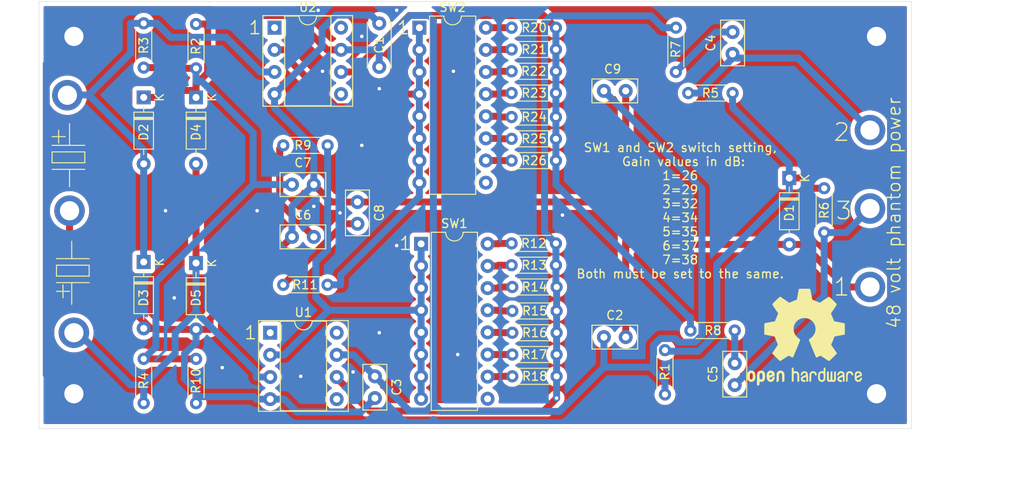
<source format=kicad_pcb>
(kicad_pcb (version 20171130) (host pcbnew 5.1.10)
  (layers (0 F.Cu signal) (31 B.Cu signal) (34 B.Paste user) (35 F.Paste user) (36 B.SilkS user) (37 F.SilkS user) (38 B.Mask user) (39 F.Mask user) (44 Edge.Cuts user))
  (net 0 "")
  (net 1 V-)
  (net 2 VCC)
  (net 3 "Net-(C4-Pad2)")
  (net 4 /2)
  (net 5 /3)
  (net 6 "Net-(C5-Pad2)")
  (net 7 "Net-(C6-Pad2)")
  (net 8 "Net-(C7-Pad1)")
  (net 9 "Net-(C8-Pad2)")
  (net 10 "Net-(D1-Pad1)")
  (net 11 ind)
  (net 12 "Net-(D4-Pad2)")
  (net 13 Earth)
  (net 14 ResOUT)
  (net 15 ResOUT2)
  (net 16 ResIN)
  (net 17 ResIN1)
  (net 18 "Net-(R12-Pad2)")
  (net 19 "Net-(R13-Pad2)")
  (net 20 "Net-(R14-Pad2)")
  (net 21 "Net-(R15-Pad2)")
  (net 22 "Net-(R16-Pad2)")
  (net 23 "Net-(R17-Pad2)")
  (net 24 "Net-(R18-Pad2)")
  (net 25 "Net-(R20-Pad2)")
  (net 26 "Net-(R21-Pad2)")
  (net 27 "Net-(R22-Pad2)")
  (net 28 "Net-(R23-Pad2)")
  (net 29 "Net-(R24-Pad2)")
  (net 30 "Net-(R25-Pad2)")
  (net 31 "Net-(R26-Pad2)")
  (module Symbol:OSHW-Logo2_14.6x12mm_SilkScreen (layer F.Cu) (at 122.75 69.5)
    (fp_text reference REF** hide)
    (fp_text value OSHW-Logo2_14.6x12mm_SilkScreen hide)
  )
  (module Capacitor_THT:C_Disc_D5.0mm_W2.5mm_P2.50mm (layer F.Cu) (at 99.75 69.5)
    (fp_text reference C2 (at 1.25 -2.5) (layer F.SilkS))
    (fp_text value 10uF)
    (pad 1 thru_hole circle (at 0 0) (size 1.6 1.6) (drill 0.8) (layers *.Cu *.Mask) (net 2 VCC))
    (pad 2 thru_hole circle (at 2.5 0) (size 1.6 1.6) (drill 0.8) (layers *.Cu *.Mask) (net 1 V-))
  )
  (module Capacitor_THT:C_Disc_D5.0mm_W2.5mm_P2.50mm (layer F.Cu) (at 73.5 74 270)
    (fp_text reference C3 (at 1.25 -2.5 90) (layer F.SilkS))
    (fp_text value 33uF)
    (pad 2 thru_hole circle (at 2.5 0 270) (size 1.6 1.6) (drill 0.8) (layers *.Cu *.Mask) (net 1 V-))
    (pad 1 thru_hole circle (at 0 0 270) (size 1.6 1.6) (drill 0.8) (layers *.Cu *.Mask) (net 2 VCC))
  )
  (module Capacitor_THT:C_Disc_D5.0mm_W2.5mm_P2.50mm (layer F.Cu) (at 114.5 37 90)
    (fp_text reference C4 (at 1.25 -2.5 90) (layer F.SilkS))
    (fp_text value 10uF)
    (pad 2 thru_hole circle (at 2.5 0 90) (size 1.6 1.6) (drill 0.8) (layers *.Cu *.Mask) (net 3 "Net-(C4-Pad2)"))
    (pad 1 thru_hole circle (at 0 0 90) (size 1.6 1.6) (drill 0.8) (layers *.Cu *.Mask) (net 4 /2))
  )
  (module Capacitor_THT:C_Disc_D5.0mm_W2.5mm_P2.50mm (layer F.Cu) (at 114.75 75 90)
    (fp_text reference C5 (at 1.25 -2.5 90) (layer F.SilkS))
    (fp_text value 10uF)
    (pad 1 thru_hole circle (at 0 0 90) (size 1.6 1.6) (drill 0.8) (layers *.Cu *.Mask) (net 5 /3))
    (pad 2 thru_hole circle (at 2.5 0 90) (size 1.6 1.6) (drill 0.8) (layers *.Cu *.Mask) (net 6 "Net-(C5-Pad2)"))
  )
  (module Capacitor_THT:C_Disc_D5.0mm_W2.5mm_P2.50mm (layer F.Cu) (at 64 58)
    (fp_text reference C6 (at 1.25 -2.5) (layer F.SilkS))
    (fp_text value 47uF)
    (pad 1 thru_hole circle (at 0 0) (size 1.6 1.6) (drill 0.8) (layers *.Cu *.Mask) (net 1 V-))
    (pad 2 thru_hole circle (at 2.5 0) (size 1.6 1.6) (drill 0.8) (layers *.Cu *.Mask) (net 7 "Net-(C6-Pad2)"))
  )
  (module Capacitor_THT:C_Disc_D5.0mm_W2.5mm_P2.50mm (layer F.Cu) (at 64 52)
    (fp_text reference C7 (at 1.25 -2.5) (layer F.SilkS))
    (fp_text value 10uF)
    (pad 2 thru_hole circle (at 2.5 0) (size 1.6 1.6) (drill 0.8) (layers *.Cu *.Mask) (net 1 V-))
    (pad 1 thru_hole circle (at 0 0) (size 1.6 1.6) (drill 0.8) (layers *.Cu *.Mask) (net 8 "Net-(C7-Pad1)"))
  )
  (module Capacitor_THT:C_Disc_D5.0mm_W2.5mm_P2.50mm (layer F.Cu) (at 71.5 54 270)
    (fp_text reference C8 (at 1.25 -2.5 90) (layer F.SilkS))
    (fp_text value 47uF)
    (pad 1 thru_hole circle (at 0 0 270) (size 1.6 1.6) (drill 0.8) (layers *.Cu *.Mask) (net 1 V-))
    (pad 2 thru_hole circle (at 2.5 0 270) (size 1.6 1.6) (drill 0.8) (layers *.Cu *.Mask) (net 9 "Net-(C8-Pad2)"))
  )
  (module Diode_THT:D_DO-35_SOD27_P7.62mm_Horizontal (layer F.Cu) (at 121 51.25 270)
    (fp_text reference D1 (at 4 0 90) (layer F.SilkS))
    (fp_text value "1N4746A (18V)")
    (fp_text user K (at 0 -1.8 90) (layer F.SilkS))
    (pad 2 thru_hole oval (at 7.62 0 270) (size 1.6 1.6) (drill 0.8) (layers *.Cu *.Mask) (net 1 V-))
    (pad 1 thru_hole rect (at 0 0 270) (size 1.6 1.6) (drill 0.8) (layers *.Cu *.Mask) (net 10 "Net-(D1-Pad1)"))
  )
  (module Diode_THT:D_DO-35_SOD27_P7.62mm_Horizontal (layer F.Cu) (at 47 42 270)
    (fp_text reference D2 (at 4 0 90) (layer F.SilkS))
    (fp_text value 1N4148)
    (fp_text user K (at 0 -1.8 90) (layer F.SilkS))
    (pad 1 thru_hole rect (at 0 0 270) (size 1.6 1.6) (drill 0.8) (layers *.Cu *.Mask) (net 2 VCC))
    (pad 2 thru_hole oval (at 7.62 0 270) (size 1.6 1.6) (drill 0.8) (layers *.Cu *.Mask) (net 11 ind))
  )
  (module Diode_THT:D_DO-35_SOD27_P7.62mm_Horizontal (layer F.Cu) (at 47 60.88 270)
    (fp_text reference D3 (at 4.12 0 90) (layer F.SilkS))
    (fp_text value 1N4148)
    (fp_text user K (at 0 -1.8 90) (layer F.SilkS))
    (pad 2 thru_hole oval (at 7.62 0 270) (size 1.6 1.6) (drill 0.8) (layers *.Cu *.Mask) (net 1 V-))
    (pad 1 thru_hole rect (at 0 0 270) (size 1.6 1.6) (drill 0.8) (layers *.Cu *.Mask) (net 11 ind))
  )
  (module Diode_THT:D_DO-35_SOD27_P7.62mm_Horizontal (layer F.Cu) (at 53 42 270)
    (fp_text reference D4 (at 4 0 90) (layer F.SilkS))
    (fp_text value 1N4148)
    (fp_text user K (at 0 -1.8 90) (layer F.SilkS))
    (pad 1 thru_hole rect (at 0 0 270) (size 1.6 1.6) (drill 0.8) (layers *.Cu *.Mask) (net 2 VCC))
    (pad 2 thru_hole oval (at 7.62 0 270) (size 1.6 1.6) (drill 0.8) (layers *.Cu *.Mask) (net 12 "Net-(D4-Pad2)"))
  )
  (module Diode_THT:D_DO-35_SOD27_P7.62mm_Horizontal (layer F.Cu) (at 53 61 270)
    (fp_text reference D5 (at 4 0 90) (layer F.SilkS))
    (fp_text value 1N4148)
    (fp_text user K (at 0 -1.8 90) (layer F.SilkS))
    (pad 1 thru_hole rect (at 0 0 270) (size 1.6 1.6) (drill 0.8) (layers *.Cu *.Mask) (net 12 "Net-(D4-Pad2)"))
    (pad 2 thru_hole oval (at 7.62 0 270) (size 1.6 1.6) (drill 0.8) (layers *.Cu *.Mask) (net 1 V-))
  )
  (module MountingHole:MountingHole_2.2mm_M2_ISO7380_Pad (layer F.Cu) (at 130.25 45.75)
    (fp_text reference J1 hide)
    (fp_text value Conn_01x01_Female)
    (pad 1 thru_hole circle (at 0 0) (size 3.5 3.5) (drill 2.2) (layers *.Cu *.Mask) (net 4 /2))
  )
  (module MountingHole:MountingHole_2.2mm_M2_ISO7380_Pad (layer F.Cu) (at 130.25 54.75)
    (fp_text reference J2 hide)
    (fp_text value Conn_01x01_Female)
    (pad 1 thru_hole circle (at 0 0) (size 3.5 3.5) (drill 2.2) (layers *.Cu *.Mask) (net 5 /3))
  )
  (module MountingHole:MountingHole_2.2mm_M2_ISO7380_Pad (layer F.Cu) (at 38.25 41.75)
    (fp_text reference J3 hide)
    (fp_text value Conn_01x01_Female)
    (pad 1 thru_hole circle (at 0 0) (size 3.5 3.5) (drill 2.2) (layers *.Cu *.Mask) (net 11 ind))
  )
  (module MountingHole:MountingHole_2.2mm_M2_ISO7380_Pad (layer F.Cu) (at 39 69)
    (fp_text reference J4 hide)
    (fp_text value Conn_01x01_Female)
    (pad 1 thru_hole circle (at 0 0) (size 3.5 3.5) (drill 2.2) (layers *.Cu *.Mask) (net 12 "Net-(D4-Pad2)"))
  )
  (module MountingHole:MountingHole_2.2mm_M2_ISO7380_Pad (layer F.Cu) (at 130.25 63.75)
    (fp_text reference J5 hide)
    (fp_text value Conn_01x01_Female)
    (pad 1 thru_hole circle (at 0 0) (size 3.5 3.5) (drill 2.2) (layers *.Cu *.Mask) (net 1 V-))
  )
  (module MountingHole:MountingHole_2.2mm_M2_ISO7380_Pad (layer F.Cu) (at 38.5 55)
    (fp_text reference J6 hide)
    (fp_text value Conn_01x01_Female)
    (pad 1 thru_hole circle (at 0 0) (size 3.5 3.5) (drill 2.2) (layers *.Cu *.Mask) (net 1 V-))
  )
  (module MountingHole:MountingHole_2.2mm_M2_ISO7380_Pad (layer F.Cu) (at 39 35)
    (fp_text reference J7 hide)
    (fp_text value Conn_01x01_Female)
    (pad 1 thru_hole circle (at 0 0) (size 3.5 3.5) (drill 2.2) (layers *.Cu *.Mask) (net 13 Earth))
  )
  (module MountingHole:MountingHole_2.2mm_M2_ISO7380_Pad (layer F.Cu) (at 39 76 90)
    (fp_text reference J8 hide)
    (fp_text value Conn_01x01_Female)
    (pad 1 thru_hole circle (at 0 0 90) (size 3.5 3.5) (drill 2.2) (layers *.Cu *.Mask) (net 13 Earth))
  )
  (module MountingHole:MountingHole_2.2mm_M2_ISO7380_Pad (layer F.Cu) (at 131 35)
    (fp_text reference J9 hide)
    (fp_text value Conn_01x01_Female)
    (pad 1 thru_hole circle (at 0 0) (size 3.5 3.5) (drill 2.2) (layers *.Cu *.Mask) (net 13 Earth))
  )
  (module MountingHole:MountingHole_2.2mm_M2_ISO7380_Pad (layer F.Cu) (at 131 76)
    (fp_text reference J10 hide)
    (fp_text value Conn_01x01_Female)
    (pad 1 thru_hole circle (at 0 0) (size 3.5 3.5) (drill 2.2) (layers *.Cu *.Mask) (net 13 Earth))
  )
  (module Resistor_THT:R_Axial_DIN0204_L3.6mm_D1.6mm_P5.08mm_Horizontal (layer F.Cu) (at 106.75 71 270)
    (fp_text reference R1 (at 2.5 0 90) (layer F.SilkS))
    (fp_text value 100)
    (pad 2 thru_hole oval (at 5.08 0 270) (size 1.4 1.4) (drill 0.7) (layers *.Cu *.Mask) (net 2 VCC))
    (pad 1 thru_hole circle (at 0 0 270) (size 1.4 1.4) (drill 0.7) (layers *.Cu *.Mask) (net 10 "Net-(D1-Pad1)"))
  )
  (module Resistor_THT:R_Axial_DIN0204_L3.6mm_D1.6mm_P5.08mm_Horizontal (layer F.Cu) (at 53 33.58 270)
    (fp_text reference R2 (at 2.54 0 90) (layer F.SilkS))
    (fp_text value 56K)
    (pad 1 thru_hole circle (at 0 0 270) (size 1.4 1.4) (drill 0.7) (layers *.Cu *.Mask) (net 2 VCC))
    (pad 2 thru_hole oval (at 5.08 0 270) (size 1.4 1.4) (drill 0.7) (layers *.Cu *.Mask) (net 8 "Net-(C7-Pad1)"))
  )
  (module Resistor_THT:R_Axial_DIN0204_L3.6mm_D1.6mm_P5.08mm_Horizontal (layer F.Cu) (at 47 38.58 90)
    (fp_text reference R3 (at 2.54 0 90) (layer F.SilkS))
    (fp_text value 1M)
    (pad 1 thru_hole circle (at 0 0 90) (size 1.4 1.4) (drill 0.7) (layers *.Cu *.Mask) (net 8 "Net-(C7-Pad1)"))
    (pad 2 thru_hole oval (at 5.08 0 90) (size 1.4 1.4) (drill 0.7) (layers *.Cu *.Mask) (net 11 ind))
  )
  (module Resistor_THT:R_Axial_DIN0204_L3.6mm_D1.6mm_P5.08mm_Horizontal (layer F.Cu) (at 47 72 270)
    (fp_text reference R4 (at 2.5 0 90) (layer F.SilkS))
    (fp_text value 1M)
    (pad 1 thru_hole circle (at 0 0 270) (size 1.4 1.4) (drill 0.7) (layers *.Cu *.Mask) (net 8 "Net-(C7-Pad1)"))
    (pad 2 thru_hole oval (at 5.08 0 270) (size 1.4 1.4) (drill 0.7) (layers *.Cu *.Mask) (net 12 "Net-(D4-Pad2)"))
  )
  (module Resistor_THT:R_Axial_DIN0204_L3.6mm_D1.6mm_P5.08mm_Horizontal (layer F.Cu) (at 114.5 41.5 180)
    (fp_text reference R5 (at 2.54 0) (layer F.SilkS))
    (fp_text value 4.7K)
    (pad 1 thru_hole circle (at 0 0 180) (size 1.4 1.4) (drill 0.7) (layers *.Cu *.Mask) (net 10 "Net-(D1-Pad1)"))
    (pad 2 thru_hole oval (at 5.08 0 180) (size 1.4 1.4) (drill 0.7) (layers *.Cu *.Mask) (net 4 /2))
  )
  (module Resistor_THT:R_Axial_DIN0204_L3.6mm_D1.6mm_P5.08mm_Horizontal (layer F.Cu) (at 125 52.42 270)
    (fp_text reference R6 (at 2.54 0 90) (layer F.SilkS))
    (fp_text value 4.7K)
    (pad 2 thru_hole oval (at 5.08 0 270) (size 1.4 1.4) (drill 0.7) (layers *.Cu *.Mask) (net 5 /3))
    (pad 1 thru_hole circle (at 0 0 270) (size 1.4 1.4) (drill 0.7) (layers *.Cu *.Mask) (net 10 "Net-(D1-Pad1)"))
  )
  (module Resistor_THT:R_Axial_DIN0204_L3.6mm_D1.6mm_P5.08mm_Horizontal (layer F.Cu) (at 108 39.08 90)
    (fp_text reference R7 (at 2.58 0 90) (layer F.SilkS))
    (fp_text value 470)
    (pad 2 thru_hole oval (at 5.08 0 90) (size 1.4 1.4) (drill 0.7) (layers *.Cu *.Mask) (net 14 ResOUT))
    (pad 1 thru_hole circle (at 0 0 90) (size 1.4 1.4) (drill 0.7) (layers *.Cu *.Mask) (net 3 "Net-(C4-Pad2)"))
  )
  (module Resistor_THT:R_Axial_DIN0204_L3.6mm_D1.6mm_P5.08mm_Horizontal (layer F.Cu) (at 114.75 68.75 180)
    (fp_text reference R8 (at 2.5 0) (layer F.SilkS))
    (fp_text value 470)
    (pad 2 thru_hole oval (at 5.08 0 180) (size 1.4 1.4) (drill 0.7) (layers *.Cu *.Mask) (net 15 ResOUT2))
    (pad 1 thru_hole circle (at 0 0 180) (size 1.4 1.4) (drill 0.7) (layers *.Cu *.Mask) (net 6 "Net-(C5-Pad2)"))
  )
  (module Resistor_THT:R_Axial_DIN0204_L3.6mm_D1.6mm_P5.08mm_Horizontal (layer F.Cu) (at 63 47.5)
    (fp_text reference R9 (at 2.25 0) (layer F.SilkS))
    (fp_text value 100)
    (pad 2 thru_hole oval (at 5.08 0) (size 1.4 1.4) (drill 0.7) (layers *.Cu *.Mask) (net 16 ResIN))
    (pad 1 thru_hole circle (at 0 0) (size 1.4 1.4) (drill 0.7) (layers *.Cu *.Mask) (net 7 "Net-(C6-Pad2)"))
  )
  (module Resistor_THT:R_Axial_DIN0204_L3.6mm_D1.6mm_P5.08mm_Horizontal (layer F.Cu) (at 53 72 270)
    (fp_text reference R10 (at 2.54 0 90) (layer F.SilkS))
    (fp_text value 56K)
    (pad 1 thru_hole circle (at 0 0 270) (size 1.4 1.4) (drill 0.7) (layers *.Cu *.Mask) (net 8 "Net-(C7-Pad1)"))
    (pad 2 thru_hole oval (at 5.08 0 270) (size 1.4 1.4) (drill 0.7) (layers *.Cu *.Mask) (net 1 V-))
  )
  (module Resistor_THT:R_Axial_DIN0204_L3.6mm_D1.6mm_P5.08mm_Horizontal (layer F.Cu) (at 63 63.5)
    (fp_text reference R11 (at 2.5 0) (layer F.SilkS))
    (fp_text value 100)
    (pad 1 thru_hole circle (at 0 0) (size 1.4 1.4) (drill 0.7) (layers *.Cu *.Mask) (net 9 "Net-(C8-Pad2)"))
    (pad 2 thru_hole oval (at 5.08 0) (size 1.4 1.4) (drill 0.7) (layers *.Cu *.Mask) (net 17 ResIN1))
  )
  (module Resistor_THT:R_Axial_DIN0204_L3.6mm_D1.6mm_P5.08mm_Horizontal (layer F.Cu) (at 94.25 58.75 180)
    (fp_text reference R12 (at 2.54 0) (layer F.SilkS))
    (fp_text value 1K)
    (pad 2 thru_hole oval (at 5.08 0 180) (size 1.4 1.4) (drill 0.7) (layers *.Cu *.Mask) (net 18 "Net-(R12-Pad2)"))
    (pad 1 thru_hole circle (at 0 0 180) (size 1.4 1.4) (drill 0.7) (layers *.Cu *.Mask) (net 14 ResOUT))
  )
  (module Resistor_THT:R_Axial_DIN0204_L3.6mm_D1.6mm_P5.08mm_Horizontal (layer F.Cu) (at 94.25 61.25 180)
    (fp_text reference R13 (at 2.5 0) (layer F.SilkS))
    (fp_text value 3K)
    (pad 1 thru_hole circle (at 0 0 180) (size 1.4 1.4) (drill 0.7) (layers *.Cu *.Mask) (net 14 ResOUT))
    (pad 2 thru_hole oval (at 5.08 0 180) (size 1.4 1.4) (drill 0.7) (layers *.Cu *.Mask) (net 19 "Net-(R13-Pad2)"))
  )
  (module Resistor_THT:R_Axial_DIN0204_L3.6mm_D1.6mm_P5.08mm_Horizontal (layer F.Cu) (at 94.33 63.75 180)
    (fp_text reference R14 (at 2.54 0) (layer F.SilkS))
    (fp_text value 4K)
    (pad 2 thru_hole oval (at 5.08 0 180) (size 1.4 1.4) (drill 0.7) (layers *.Cu *.Mask) (net 20 "Net-(R14-Pad2)"))
    (pad 1 thru_hole circle (at 0 0 180) (size 1.4 1.4) (drill 0.7) (layers *.Cu *.Mask) (net 14 ResOUT))
  )
  (module Resistor_THT:R_Axial_DIN0204_L3.6mm_D1.6mm_P5.08mm_Horizontal (layer F.Cu) (at 94.33 66.5 180)
    (fp_text reference R15 (at 2.5 0) (layer F.SilkS))
    (fp_text value 5K)
    (pad 1 thru_hole circle (at 0 0 180) (size 1.4 1.4) (drill 0.7) (layers *.Cu *.Mask) (net 14 ResOUT))
    (pad 2 thru_hole oval (at 5.08 0 180) (size 1.4 1.4) (drill 0.7) (layers *.Cu *.Mask) (net 21 "Net-(R15-Pad2)"))
  )
  (module Resistor_THT:R_Axial_DIN0204_L3.6mm_D1.6mm_P5.08mm_Horizontal (layer F.Cu) (at 94.33 69 180)
    (fp_text reference R16 (at 2.5 0) (layer F.SilkS))
    (fp_text value 6K)
    (pad 2 thru_hole oval (at 5.08 0 180) (size 1.4 1.4) (drill 0.7) (layers *.Cu *.Mask) (net 22 "Net-(R16-Pad2)"))
    (pad 1 thru_hole circle (at 0 0 180) (size 1.4 1.4) (drill 0.7) (layers *.Cu *.Mask) (net 14 ResOUT))
  )
  (module Resistor_THT:R_Axial_DIN0204_L3.6mm_D1.6mm_P5.08mm_Horizontal (layer F.Cu) (at 94.33 71.5 180)
    (fp_text reference R17 (at 2.54 0) (layer F.SilkS))
    (fp_text value 7K)
    (pad 1 thru_hole circle (at 0 0 180) (size 1.4 1.4) (drill 0.7) (layers *.Cu *.Mask) (net 14 ResOUT))
    (pad 2 thru_hole oval (at 5.08 0 180) (size 1.4 1.4) (drill 0.7) (layers *.Cu *.Mask) (net 23 "Net-(R17-Pad2)"))
  )
  (module Resistor_THT:R_Axial_DIN0204_L3.6mm_D1.6mm_P5.08mm_Horizontal (layer F.Cu) (at 94.33 74 180)
    (fp_text reference R18 (at 2.5 0) (layer F.SilkS))
    (fp_text value 8K)
    (pad 2 thru_hole oval (at 5.08 0 180) (size 1.4 1.4) (drill 0.7) (layers *.Cu *.Mask) (net 24 "Net-(R18-Pad2)"))
    (pad 1 thru_hole circle (at 0 0 180) (size 1.4 1.4) (drill 0.7) (layers *.Cu *.Mask) (net 14 ResOUT))
  )
  (module Resistor_THT:R_Axial_DIN0204_L3.6mm_D1.6mm_P5.08mm_Horizontal (layer F.Cu) (at 94.25 34 180)
    (fp_text reference R20 (at 2.5 0) (layer F.SilkS))
    (fp_text value 1K)
    (pad 2 thru_hole oval (at 5.08 0 180) (size 1.4 1.4) (drill 0.7) (layers *.Cu *.Mask) (net 25 "Net-(R20-Pad2)"))
    (pad 1 thru_hole circle (at 0 0 180) (size 1.4 1.4) (drill 0.7) (layers *.Cu *.Mask) (net 15 ResOUT2))
  )
  (module Resistor_THT:R_Axial_DIN0204_L3.6mm_D1.6mm_P5.08mm_Horizontal (layer F.Cu) (at 94.25 36.5 180)
    (fp_text reference R21 (at 2.5 0) (layer F.SilkS))
    (fp_text value 3K)
    (pad 1 thru_hole circle (at 0 0 180) (size 1.4 1.4) (drill 0.7) (layers *.Cu *.Mask) (net 15 ResOUT2))
    (pad 2 thru_hole oval (at 5.08 0 180) (size 1.4 1.4) (drill 0.7) (layers *.Cu *.Mask) (net 26 "Net-(R21-Pad2)"))
  )
  (module Resistor_THT:R_Axial_DIN0204_L3.6mm_D1.6mm_P5.08mm_Horizontal (layer F.Cu) (at 94.25 39 180)
    (fp_text reference R22 (at 2.54 0) (layer F.SilkS))
    (fp_text value 4K)
    (pad 2 thru_hole oval (at 5.08 0 180) (size 1.4 1.4) (drill 0.7) (layers *.Cu *.Mask) (net 27 "Net-(R22-Pad2)"))
    (pad 1 thru_hole circle (at 0 0 180) (size 1.4 1.4) (drill 0.7) (layers *.Cu *.Mask) (net 15 ResOUT2))
  )
  (module Resistor_THT:R_Axial_DIN0204_L3.6mm_D1.6mm_P5.08mm_Horizontal (layer F.Cu) (at 94.25 41.5 180)
    (fp_text reference R23 (at 2.5 0) (layer F.SilkS))
    (fp_text value 5K)
    (pad 1 thru_hole circle (at 0 0 180) (size 1.4 1.4) (drill 0.7) (layers *.Cu *.Mask) (net 15 ResOUT2))
    (pad 2 thru_hole oval (at 5.08 0 180) (size 1.4 1.4) (drill 0.7) (layers *.Cu *.Mask) (net 28 "Net-(R23-Pad2)"))
  )
  (module Resistor_THT:R_Axial_DIN0204_L3.6mm_D1.6mm_P5.08mm_Horizontal (layer F.Cu) (at 94.25 44.25 180)
    (fp_text reference R24 (at 2.5 0) (layer F.SilkS))
    (fp_text value 6K)
    (pad 2 thru_hole oval (at 5.08 0 180) (size 1.4 1.4) (drill 0.7) (layers *.Cu *.Mask) (net 29 "Net-(R24-Pad2)"))
    (pad 1 thru_hole circle (at 0 0 180) (size 1.4 1.4) (drill 0.7) (layers *.Cu *.Mask) (net 15 ResOUT2))
  )
  (module Resistor_THT:R_Axial_DIN0204_L3.6mm_D1.6mm_P5.08mm_Horizontal (layer F.Cu) (at 94.25 46.75 180)
    (fp_text reference R25 (at 2.5 0) (layer F.SilkS))
    (fp_text value 7K)
    (pad 1 thru_hole circle (at 0 0 180) (size 1.4 1.4) (drill 0.7) (layers *.Cu *.Mask) (net 15 ResOUT2))
    (pad 2 thru_hole oval (at 5.08 0 180) (size 1.4 1.4) (drill 0.7) (layers *.Cu *.Mask) (net 30 "Net-(R25-Pad2)"))
  )
  (module Resistor_THT:R_Axial_DIN0204_L3.6mm_D1.6mm_P5.08mm_Horizontal (layer F.Cu) (at 94.25 49.25 180)
    (fp_text reference R26 (at 2.5 0) (layer F.SilkS))
    (fp_text value 8K)
    (pad 2 thru_hole oval (at 5.08 0 180) (size 1.4 1.4) (drill 0.7) (layers *.Cu *.Mask) (net 31 "Net-(R26-Pad2)"))
    (pad 1 thru_hole circle (at 0 0 180) (size 1.4 1.4) (drill 0.7) (layers *.Cu *.Mask) (net 15 ResOUT2))
  )
  (module Package_DIP:DIP-16_W7.62mm (layer F.Cu) (at 78.8 58.8)
    (fp_text reference SW1 (at 3.81 -2.33) (layer F.SilkS))
    (fp_text value JS0108AP4-S)
    (pad 1 thru_hole rect (at 0 0) (size 1.6 1.6) (drill 0.8) (layers *.Cu *.Mask) (net 16 ResIN))
    (pad 9 thru_hole oval (at 7.62 17.78) (size 1.6 1.6) (drill 0.8) (layers *.Cu *.Mask))
    (pad 2 thru_hole oval (at 0 2.54) (size 1.6 1.6) (drill 0.8) (layers *.Cu *.Mask) (net 16 ResIN))
    (pad 10 thru_hole oval (at 7.62 15.24) (size 1.6 1.6) (drill 0.8) (layers *.Cu *.Mask) (net 24 "Net-(R18-Pad2)"))
    (pad 3 thru_hole oval (at 0 5.08) (size 1.6 1.6) (drill 0.8) (layers *.Cu *.Mask) (net 16 ResIN))
    (pad 11 thru_hole oval (at 7.62 12.7) (size 1.6 1.6) (drill 0.8) (layers *.Cu *.Mask) (net 23 "Net-(R17-Pad2)"))
    (pad 4 thru_hole oval (at 0 7.62) (size 1.6 1.6) (drill 0.8) (layers *.Cu *.Mask) (net 16 ResIN))
    (pad 12 thru_hole oval (at 7.62 10.16) (size 1.6 1.6) (drill 0.8) (layers *.Cu *.Mask) (net 22 "Net-(R16-Pad2)"))
    (pad 5 thru_hole oval (at 0 10.16) (size 1.6 1.6) (drill 0.8) (layers *.Cu *.Mask) (net 16 ResIN))
    (pad 13 thru_hole oval (at 7.62 7.62) (size 1.6 1.6) (drill 0.8) (layers *.Cu *.Mask) (net 21 "Net-(R15-Pad2)"))
    (pad 6 thru_hole oval (at 0 12.7) (size 1.6 1.6) (drill 0.8) (layers *.Cu *.Mask) (net 16 ResIN))
    (pad 14 thru_hole oval (at 7.62 5.08) (size 1.6 1.6) (drill 0.8) (layers *.Cu *.Mask) (net 20 "Net-(R14-Pad2)"))
    (pad 7 thru_hole oval (at 0 15.24) (size 1.6 1.6) (drill 0.8) (layers *.Cu *.Mask) (net 16 ResIN))
    (pad 15 thru_hole oval (at 7.62 2.54) (size 1.6 1.6) (drill 0.8) (layers *.Cu *.Mask) (net 19 "Net-(R13-Pad2)"))
    (pad 8 thru_hole oval (at 0 17.78) (size 1.6 1.6) (drill 0.8) (layers *.Cu *.Mask) (net 16 ResIN))
    (pad 16 thru_hole oval (at 7.62 0) (size 1.6 1.6) (drill 0.8) (layers *.Cu *.Mask) (net 18 "Net-(R12-Pad2)"))
  )
  (module Package_DIP:DIP-16_W7.62mm (layer F.Cu) (at 78.6 34)
    (fp_text reference SW2 (at 3.81 -2.33) (layer F.SilkS))
    (fp_text value JS0108AP4-S)
    (pad 1 thru_hole rect (at 0 0) (size 1.6 1.6) (drill 0.8) (layers *.Cu *.Mask) (net 17 ResIN1))
    (pad 9 thru_hole oval (at 7.62 17.78) (size 1.6 1.6) (drill 0.8) (layers *.Cu *.Mask))
    (pad 2 thru_hole oval (at 0 2.54) (size 1.6 1.6) (drill 0.8) (layers *.Cu *.Mask) (net 17 ResIN1))
    (pad 10 thru_hole oval (at 7.62 15.24) (size 1.6 1.6) (drill 0.8) (layers *.Cu *.Mask) (net 31 "Net-(R26-Pad2)"))
    (pad 3 thru_hole oval (at 0 5.08) (size 1.6 1.6) (drill 0.8) (layers *.Cu *.Mask) (net 17 ResIN1))
    (pad 11 thru_hole oval (at 7.62 12.7) (size 1.6 1.6) (drill 0.8) (layers *.Cu *.Mask) (net 30 "Net-(R25-Pad2)"))
    (pad 4 thru_hole oval (at 0 7.62) (size 1.6 1.6) (drill 0.8) (layers *.Cu *.Mask) (net 17 ResIN1))
    (pad 12 thru_hole oval (at 7.62 10.16) (size 1.6 1.6) (drill 0.8) (layers *.Cu *.Mask) (net 29 "Net-(R24-Pad2)"))
    (pad 5 thru_hole oval (at 0 10.16) (size 1.6 1.6) (drill 0.8) (layers *.Cu *.Mask) (net 17 ResIN1))
    (pad 13 thru_hole oval (at 7.62 7.62) (size 1.6 1.6) (drill 0.8) (layers *.Cu *.Mask) (net 28 "Net-(R23-Pad2)"))
    (pad 6 thru_hole oval (at 0 12.7) (size 1.6 1.6) (drill 0.8) (layers *.Cu *.Mask) (net 17 ResIN1))
    (pad 14 thru_hole oval (at 7.62 5.08) (size 1.6 1.6) (drill 0.8) (layers *.Cu *.Mask) (net 27 "Net-(R22-Pad2)"))
    (pad 7 thru_hole oval (at 0 15.24) (size 1.6 1.6) (drill 0.8) (layers *.Cu *.Mask) (net 17 ResIN1))
    (pad 15 thru_hole oval (at 7.62 2.54) (size 1.6 1.6) (drill 0.8) (layers *.Cu *.Mask) (net 26 "Net-(R21-Pad2)"))
    (pad 8 thru_hole oval (at 0 17.78) (size 1.6 1.6) (drill 0.8) (layers *.Cu *.Mask) (net 17 ResIN1))
    (pad 16 thru_hole oval (at 7.62 0) (size 1.6 1.6) (drill 0.8) (layers *.Cu *.Mask) (net 25 "Net-(R20-Pad2)"))
  )
  (module Package_DIP:DIP-8_W7.62mm_Socket (layer F.Cu) (at 61.5 69)
    (fp_text reference U1 (at 3.81 -2.33) (layer F.SilkS))
    (fp_text value NE5534)
    (pad 8 thru_hole oval (at 7.62 0) (size 1.6 1.6) (drill 0.8) (layers *.Cu *.Mask))
    (pad 4 thru_hole oval (at 0 7.62) (size 1.6 1.6) (drill 0.8) (layers *.Cu *.Mask) (net 1 V-))
    (pad 7 thru_hole oval (at 7.62 2.54) (size 1.6 1.6) (drill 0.8) (layers *.Cu *.Mask) (net 2 VCC))
    (pad 3 thru_hole oval (at 0 5.08) (size 1.6 1.6) (drill 0.8) (layers *.Cu *.Mask) (net 12 "Net-(D4-Pad2)"))
    (pad 6 thru_hole oval (at 7.62 5.08) (size 1.6 1.6) (drill 0.8) (layers *.Cu *.Mask) (net 14 ResOUT))
    (pad 2 thru_hole oval (at 0 2.54) (size 1.6 1.6) (drill 0.8) (layers *.Cu *.Mask) (net 16 ResIN))
    (pad 5 thru_hole oval (at 7.62 7.62) (size 1.6 1.6) (drill 0.8) (layers *.Cu *.Mask))
    (pad 1 thru_hole rect (at 0 0) (size 1.6 1.6) (drill 0.8) (layers *.Cu *.Mask))
  )
  (module Package_DIP:DIP-8_W7.62mm_Socket (layer F.Cu) (at 62 34)
    (fp_text reference U2 (at 3.81 -2.33) (layer F.SilkS))
    (fp_text value NE5534)
    (pad 1 thru_hole rect (at 0 0) (size 1.6 1.6) (drill 0.8) (layers *.Cu *.Mask))
    (pad 5 thru_hole oval (at 7.62 7.62) (size 1.6 1.6) (drill 0.8) (layers *.Cu *.Mask))
    (pad 2 thru_hole oval (at 0 2.54) (size 1.6 1.6) (drill 0.8) (layers *.Cu *.Mask) (net 17 ResIN1))
    (pad 6 thru_hole oval (at 7.62 5.08) (size 1.6 1.6) (drill 0.8) (layers *.Cu *.Mask) (net 15 ResOUT2))
    (pad 3 thru_hole oval (at 0 5.08) (size 1.6 1.6) (drill 0.8) (layers *.Cu *.Mask) (net 11 ind))
    (pad 7 thru_hole oval (at 7.62 2.54) (size 1.6 1.6) (drill 0.8) (layers *.Cu *.Mask) (net 2 VCC))
    (pad 4 thru_hole oval (at 0 7.62) (size 1.6 1.6) (drill 0.8) (layers *.Cu *.Mask) (net 1 V-))
    (pad 8 thru_hole oval (at 7.62 0) (size 1.6 1.6) (drill 0.8) (layers *.Cu *.Mask))
  )
  (module Capacitor_THT:C_Disc_D5.0mm_W2.5mm_P5.00mm (layer F.Cu) (at 74 38.5 90)
    (fp_text reference C1 (at 2.5 0 90) (layer F.SilkS))
    (fp_text value 0.1uF)
    (pad 1 thru_hole circle (at 0 0 90) (size 1.6 1.6) (drill 0.8) (layers *.Cu *.Mask) (net 2 VCC))
    (pad 2 thru_hole circle (at 5 0 90) (size 1.6 1.6) (drill 0.8) (layers *.Cu *.Mask) (net 1 V-))
  )
  (module Capacitor_THT:C_Disc_D5.0mm_W2.5mm_P2.50mm (layer F.Cu) (at 102.25 41.25 180)
    (fp_text reference C9 (at 1.5 2.5) (layer F.SilkS))
    (fp_text value 47uF)
    (pad 1 thru_hole circle (at 0 0 180) (size 1.6 1.6) (drill 0.8) (layers *.Cu *.Mask) (net 1 V-))
    (pad 2 thru_hole circle (at 2.5 0 180) (size 1.6 1.6) (drill 0.8) (layers *.Cu *.Mask) (net 2 VCC))
  )
  (gr_text "48 volt phantom power" (at 133 55.25 90) (layer F.SilkS) (effects (font (size 1.5 1.5))))
  (gr_text 2 (at 127 46) (layer F.SilkS) (effects (font (size 2 2))))
  (gr_text 3 (at 127.25 55) (layer F.SilkS) (effects (font (size 2 2))))
  (gr_text 1 (at 127 63.75) (layer F.SilkS) (effects (font (size 2 2))))
  (gr_text 1 (at 59.25 69) (layer F.SilkS) (effects (font (size 1.5 1.5))))
  (gr_text 1 (at 59.75 34) (layer F.SilkS) (effects (font (size 1.5 1.5))))
  (gr_text 1 (at 76.75 34) (layer F.SilkS) (effects (font (size 1.5 1.5))))
  (gr_text 1 (at 77 58.75) (layer F.SilkS) (effects (font (size 1.5 1.5))))
  (gr_line (start 38.75 60.5) (end 38.75 58.5) (layer F.SilkS) (width 0.12))
  (gr_line (start 40.75 60.5) (end 37 60.5) (layer F.SilkS) (width 0.12))
  (gr_line (start 37 61.25) (end 40.75 61.25) (layer F.SilkS) (width 0.12))
  (gr_line (start 37 62.5) (end 37 61.25) (layer F.SilkS) (width 0.12))
  (gr_line (start 40.75 62.5) (end 37 62.5) (layer F.SilkS) (width 0.12))
  (gr_line (start 38.75 65.75) (end 38.75 63.25) (layer F.SilkS) (width 0.12))
  (gr_line (start 40.75 63.25) (end 37 63.25) (layer F.SilkS) (width 0.12))
  (gr_line (start 40.75 61.25) (end 40.75 62.5) (layer F.SilkS) (width 0.12))
  (gr_line (start 38.5 64.25) (end 37 64.25) (layer F.SilkS) (width 0.12))
  (gr_line (start 37.75 65) (end 37.75 63.5) (layer F.SilkS) (width 0.12))
  (gr_line (start 37.25 45.75) (end 37.25 47.25) (layer F.SilkS) (width 0.12))
  (gr_line (start 36.5 46.5) (end 38 46.5) (layer F.SilkS) (width 0.12))
  (gr_line (start 38.5 50.25) (end 38.5 52.25) (layer F.SilkS) (width 0.12))
  (gr_line (start 36.5 50.25) (end 40.25 50.25) (layer F.SilkS) (width 0.12))
  (gr_line (start 36.5 49.5) (end 36.5 48.25) (layer F.SilkS) (width 0.12))
  (gr_line (start 40.25 49.5) (end 36.5 49.5) (layer F.SilkS) (width 0.12))
  (gr_line (start 40.25 48.25) (end 40.25 49.5) (layer F.SilkS) (width 0.12))
  (gr_line (start 36.5 48.25) (end 40.25 48.25) (layer F.SilkS) (width 0.12))
  (gr_line (start 36.5 47.5) (end 40.25 47.5) (layer F.SilkS) (width 0.12))
  (gr_line (start 38.5 47.5) (end 36.5 47.5) (layer F.SilkS) (width 0.12))
  (gr_line (start 38.5 45) (end 38.5 47.5) (layer F.SilkS) (width 0.12))
  (gr_line (start 35 31) (end 135 31) (layer Edge.Cuts) (width 0.05))
  (gr_line (start 35 80) (end 35 31) (layer Edge.Cuts) (width 0.05))
  (gr_line (start 135 80) (end 35 80) (layer Edge.Cuts) (width 0.05))
  (gr_line (start 135 31) (end 135 80) (layer Edge.Cuts) (width 0.05))
  (gr_text "SW1 and SW2 switch setting,\n Gain values in dB:\n1=26\n2=29\n3=32\n4=34\n5=35\n6=37\n7=38\nBoth must be set to the same." (at 108.5 55) (layer F.SilkS) (effects (font (size 1 1))))
  (segment (start 71.5 54) (end 97.38 54) (width 0.8) (layer F.Cu) (net 1))
  (segment (start 66.5 52) (end 68.5 54) (width 0.8) (layer F.Cu) (net 1))
  (segment (start 68.5 54) (end 71.5 54) (width 0.8) (layer F.Cu) (net 1))
  (segment (start 102.25 58.87) (end 102.25 69.5) (width 0.8) (layer F.Cu) (net 1))
  (segment (start 119.4 58.87) (end 102.25 58.87) (width 0.8) (layer F.Cu) (net 1))
  (segment (start 121 58.87) (end 119.4 58.87) (width 0.8) (layer F.Cu) (net 1))
  (segment (start 61.5 76.62) (end 59.9 76.62) (width 0.8) (layer B.Cu) (net 1))
  (segment (start 53 76.33) (end 59.61 76.33) (width 0.8) (layer B.Cu) (net 1))
  (segment (start 59.61 76.33) (end 59.9 76.62) (width 0.8) (layer B.Cu) (net 1))
  (segment (start 53 76.33) (end 53 75.58) (width 0.8) (layer B.Cu) (net 1))
  (segment (start 53 77.08) (end 53 76.33) (width 0.8) (layer B.Cu) (net 1))
  (segment (start 47.8 68.5) (end 38.5 59.2) (width 0.8) (layer F.Cu) (net 1))
  (segment (start 38.5 59.2) (end 38.5 55) (width 0.8) (layer F.Cu) (net 1))
  (segment (start 47.8 68.5) (end 48.6 68.5) (width 0.8) (layer F.Cu) (net 1))
  (segment (start 47 68.5) (end 47.8 68.5) (width 0.8) (layer F.Cu) (net 1))
  (segment (start 53 68.62) (end 54.6 68.62) (width 0.8) (layer F.Cu) (net 1))
  (segment (start 64 58) (end 54.6 67.4) (width 0.8) (layer F.Cu) (net 1))
  (segment (start 54.6 67.4) (end 54.6 68.62) (width 0.8) (layer F.Cu) (net 1))
  (segment (start 74 33.5) (end 73.056 32.556) (width 0.8) (layer B.Cu) (net 1))
  (segment (start 73.056 32.556) (end 69.0389 32.556) (width 0.8) (layer B.Cu) (net 1))
  (segment (start 69.0389 32.556) (end 67.4419 34.153) (width 0.8) (layer B.Cu) (net 1))
  (segment (start 67.4419 34.153) (end 67.4419 36.1781) (width 0.8) (layer B.Cu) (net 1))
  (segment (start 67.4419 36.1781) (end 62 41.62) (width 0.8) (layer B.Cu) (net 1))
  (segment (start 53 68.62) (end 53 70.22) (width 0.8) (layer B.Cu) (net 1))
  (segment (start 53 70.22) (end 52.8719 70.22) (width 0.8) (layer B.Cu) (net 1))
  (segment (start 52.8719 70.22) (end 51.6879 71.404) (width 0.8) (layer B.Cu) (net 1))
  (segment (start 51.6879 71.404) (end 51.6879 74.2679) (width 0.8) (layer B.Cu) (net 1))
  (segment (start 51.6879 74.2679) (end 53 75.58) (width 0.8) (layer B.Cu) (net 1))
  (segment (start 66.5 52) (end 64 54.5) (width 0.8) (layer B.Cu) (net 1))
  (segment (start 64 54.5) (end 64 58) (width 0.8) (layer B.Cu) (net 1))
  (segment (start 62 43.22) (end 66.5 47.72) (width 0.8) (layer B.Cu) (net 1))
  (segment (start 66.5 47.72) (end 66.5 52) (width 0.8) (layer B.Cu) (net 1))
  (segment (start 61.5 76.62) (end 63.1 76.62) (width 0.8) (layer B.Cu) (net 1))
  (segment (start 63.1 76.62) (end 64.5662 78.0862) (width 0.8) (layer B.Cu) (net 1))
  (segment (start 64.5662 78.0862) (end 71.9138 78.0862) (width 0.8) (layer B.Cu) (net 1))
  (segment (start 71.9138 78.0862) (end 73.5 76.5) (width 0.8) (layer B.Cu) (net 1))
  (segment (start 53 68.62) (end 48.72 68.62) (width 0.8) (layer F.Cu) (net 1))
  (segment (start 48.72 68.62) (end 48.6 68.5) (width 0.8) (layer F.Cu) (net 1))
  (segment (start 121 58.87) (end 122.6 58.87) (width 0.8) (layer F.Cu) (net 1))
  (segment (start 130.25 63.75) (end 127.48 63.75) (width 0.8) (layer F.Cu) (net 1))
  (segment (start 127.48 63.75) (end 122.6 58.87) (width 0.8) (layer F.Cu) (net 1))
  (segment (start 62 41.62) (end 62 43.22) (width 0.8) (layer B.Cu) (net 1))
  (segment (start 102.25 54) (end 97.38 54) (width 0.8) (layer F.Cu) (net 1))
  (segment (start 102.25 41.25) (end 102.25 54) (width 0.8) (layer F.Cu) (net 1))
  (segment (start 102.25 54) (end 102.25 58.87) (width 0.8) (layer F.Cu) (net 1))
  (segment (start 106.75 76.08) (end 106.75 74.58) (width 0.8) (layer B.Cu) (net 2))
  (segment (start 105.4352 72.948) (end 105.4352 70.4574) (width 0.8) (layer B.Cu) (net 2))
  (segment (start 105.4352 70.4574) (end 106.2314 69.6612) (width 0.8) (layer B.Cu) (net 2))
  (segment (start 106.2314 69.6612) (end 107.9317 69.6612) (width 0.8) (layer B.Cu) (net 2))
  (segment (start 107.9317 69.6612) (end 108.3501 70.0796) (width 0.8) (layer B.Cu) (net 2))
  (segment (start 108.3501 70.0796) (end 110.1909 70.0796) (width 0.8) (layer B.Cu) (net 2))
  (segment (start 110.1909 70.0796) (end 110.9845 69.286) (width 0.8) (layer B.Cu) (net 2))
  (segment (start 110.9845 69.286) (end 110.9845 52.4845) (width 0.8) (layer B.Cu) (net 2))
  (segment (start 110.9845 52.4845) (end 99.75 41.25) (width 0.8) (layer B.Cu) (net 2))
  (segment (start 106.75 74.58) (end 105.4352 73.2652) (width 0.8) (layer B.Cu) (net 2))
  (segment (start 105.4352 73.2652) (end 105.4352 72.948) (width 0.8) (layer B.Cu) (net 2))
  (segment (start 105.4352 72.948) (end 99.75 72.948) (width 0.8) (layer B.Cu) (net 2))
  (segment (start 80.2004 77.1679) (end 81.0577 78.0252) (width 0.8) (layer B.Cu) (net 2))
  (segment (start 81.0577 78.0252) (end 94.6728 78.0252) (width 0.8) (layer B.Cu) (net 2))
  (segment (start 94.6728 78.0252) (end 99.75 72.948) (width 0.8) (layer B.Cu) (net 2))
  (segment (start 73.5 74) (end 77.496 77.996) (width 0.8) (layer B.Cu) (net 2))
  (segment (start 77.496 77.996) (end 79.3723 77.996) (width 0.8) (layer B.Cu) (net 2))
  (segment (start 79.3723 77.996) (end 80.2004 77.1679) (width 0.8) (layer B.Cu) (net 2))
  (segment (start 74 36.54) (end 74 36.1218) (width 0.8) (layer B.Cu) (net 2))
  (segment (start 74 36.1218) (end 77.5222 32.5996) (width 0.8) (layer B.Cu) (net 2))
  (segment (start 77.5222 32.5996) (end 79.6906 32.5996) (width 0.8) (layer B.Cu) (net 2))
  (segment (start 79.6906 32.5996) (end 80.2004 33.1094) (width 0.8) (layer B.Cu) (net 2))
  (segment (start 80.2004 33.1094) (end 80.2004 77.1679) (width 0.8) (layer B.Cu) (net 2))
  (segment (start 74 38.5) (end 74 36.54) (width 0.8) (layer B.Cu) (net 2))
  (segment (start 74 36.54) (end 71.22 36.54) (width 0.8) (layer B.Cu) (net 2))
  (segment (start 99.75 72.948) (end 99.75 69.5) (width 0.8) (layer B.Cu) (net 2))
  (segment (start 69.62 36.54) (end 71.22 36.54) (width 0.8) (layer B.Cu) (net 2))
  (segment (start 69.12 71.54) (end 71.04 71.54) (width 0.8) (layer B.Cu) (net 2))
  (segment (start 71.04 71.54) (end 73.5 74) (width 0.8) (layer B.Cu) (net 2))
  (segment (start 47 42) (end 48.6 42) (width 0.8) (layer F.Cu) (net 2))
  (segment (start 53 41.2) (end 49.4 41.2) (width 0.8) (layer F.Cu) (net 2))
  (segment (start 49.4 41.2) (end 48.6 42) (width 0.8) (layer F.Cu) (net 2))
  (segment (start 53 41.2) (end 53 40.4) (width 0.8) (layer F.Cu) (net 2))
  (segment (start 53 42) (end 53 41.2) (width 0.8) (layer F.Cu) (net 2))
  (segment (start 54.3301 33.58) (end 53 33.58) (width 0.8) (layer F.Cu) (net 2))
  (segment (start 68.02 36.54) (end 64.0796 32.5996) (width 0.8) (layer F.Cu) (net 2))
  (segment (start 64.0796 32.5996) (end 55.3105 32.5996) (width 0.8) (layer F.Cu) (net 2))
  (segment (start 55.3105 32.5996) (end 54.3301 33.58) (width 0.8) (layer F.Cu) (net 2))
  (segment (start 54.3301 33.58) (end 54.3301 39.1699) (width 0.8) (layer F.Cu) (net 2))
  (segment (start 54.3301 39.1699) (end 53.1 40.4) (width 0.8) (layer F.Cu) (net 2))
  (segment (start 53.1 40.4) (end 53 40.4) (width 0.8) (layer F.Cu) (net 2))
  (segment (start 69.62 36.54) (end 68.02 36.54) (width 0.8) (layer F.Cu) (net 2))
  (segment (start 108 39.08) (end 112.58 34.5) (width 0.8) (layer B.Cu) (net 3))
  (segment (start 112.58 34.5) (end 114.5 34.5) (width 0.8) (layer B.Cu) (net 3))
  (segment (start 114.5 37.4856) (end 121.9856 37.4856) (width 0.8) (layer B.Cu) (net 4))
  (segment (start 121.9856 37.4856) (end 130.25 45.75) (width 0.8) (layer B.Cu) (net 4))
  (segment (start 110.92 41.5) (end 110.92 41.0656) (width 0.8) (layer B.Cu) (net 4))
  (segment (start 110.92 41.0656) (end 114.5 37.4856) (width 0.8) (layer B.Cu) (net 4))
  (segment (start 114.5 37.4856) (end 114.5 37) (width 0.8) (layer B.Cu) (net 4))
  (segment (start 109.42 41.5) (end 110.92 41.5) (width 0.8) (layer B.Cu) (net 4))
  (segment (start 125 57.5) (end 125 64.75) (width 0.8) (layer B.Cu) (net 5))
  (segment (start 125 64.75) (end 114.75 75) (width 0.8) (layer B.Cu) (net 5))
  (segment (start 125 57.5) (end 127.5 57.5) (width 0.8) (layer B.Cu) (net 5))
  (segment (start 127.5 57.5) (end 130.25 54.75) (width 0.8) (layer B.Cu) (net 5))
  (segment (start 114.75 68.75) (end 114.75 72.5) (width 0.8) (layer B.Cu) (net 6))
  (segment (start 63 47.5) (end 62.5952 47.9048) (width 0.8) (layer F.Cu) (net 7))
  (segment (start 62.5952 47.9048) (end 62.5952 54.0952) (width 0.8) (layer F.Cu) (net 7))
  (segment (start 62.5952 54.0952) (end 66.5 58) (width 0.8) (layer F.Cu) (net 7))
  (segment (start 53 38.66) (end 53 40.16) (width 0.8) (layer B.Cu) (net 8))
  (segment (start 59.5497 52) (end 64 52) (width 0.8) (layer B.Cu) (net 8))
  (segment (start 47 72) (end 48.4004 70.5996) (width 0.8) (layer B.Cu) (net 8))
  (segment (start 48.4004 70.5996) (end 48.4004 63.1493) (width 0.8) (layer B.Cu) (net 8))
  (segment (start 48.4004 63.1493) (end 59.5497 52) (width 0.8) (layer B.Cu) (net 8))
  (segment (start 53 40.16) (end 53.6562 40.16) (width 0.8) (layer B.Cu) (net 8))
  (segment (start 53.6562 40.16) (end 59.5497 46.0535) (width 0.8) (layer B.Cu) (net 8))
  (segment (start 59.5497 46.0535) (end 59.5497 52) (width 0.8) (layer B.Cu) (net 8))
  (segment (start 53 38.66) (end 51.5 38.66) (width 0.8) (layer F.Cu) (net 8))
  (segment (start 47 38.58) (end 51.42 38.58) (width 0.8) (layer F.Cu) (net 8))
  (segment (start 51.42 38.58) (end 51.5 38.66) (width 0.8) (layer F.Cu) (net 8))
  (segment (start 53 72) (end 47 72) (width 0.8) (layer F.Cu) (net 8))
  (segment (start 63 63.5) (end 70 56.5) (width 0.8) (layer F.Cu) (net 9))
  (segment (start 70 56.5) (end 71.5 56.5) (width 0.8) (layer F.Cu) (net 9))
  (segment (start 121 51.25) (end 121 49.65) (width 0.8) (layer B.Cu) (net 10))
  (segment (start 114.5 41.5) (end 114.5 43.15) (width 0.8) (layer B.Cu) (net 10))
  (segment (start 114.5 43.15) (end 121 49.65) (width 0.8) (layer B.Cu) (net 10))
  (segment (start 106.75 71) (end 106.875 71.125) (width 0.8) (layer B.Cu) (net 10))
  (segment (start 106.875 71.125) (end 110.5602 71.125) (width 0.8) (layer B.Cu) (net 10))
  (segment (start 110.5602 71.125) (end 112.6994 68.9858) (width 0.8) (layer B.Cu) (net 10))
  (segment (start 112.6994 68.9858) (end 112.6994 61.1506) (width 0.8) (layer B.Cu) (net 10))
  (segment (start 112.6994 61.1506) (end 121 52.85) (width 0.8) (layer B.Cu) (net 10))
  (segment (start 121 51.25) (end 121 52.85) (width 0.8) (layer B.Cu) (net 10))
  (segment (start 121 51.25) (end 122.6 51.25) (width 0.8) (layer F.Cu) (net 10))
  (segment (start 125 52.42) (end 123.77 52.42) (width 0.8) (layer F.Cu) (net 10))
  (segment (start 123.77 52.42) (end 122.6 51.25) (width 0.8) (layer F.Cu) (net 10))
  (segment (start 47 33.5) (end 48.5 33.5) (width 0.8) (layer B.Cu) (net 11))
  (segment (start 62 39.08) (end 60.4 39.08) (width 0.8) (layer B.Cu) (net 11))
  (segment (start 60.4 39.08) (end 56.4185 35.0985) (width 0.8) (layer B.Cu) (net 11))
  (segment (start 56.4185 35.0985) (end 50.0985 35.0985) (width 0.8) (layer B.Cu) (net 11))
  (segment (start 50.0985 35.0985) (end 48.5 33.5) (width 0.8) (layer B.Cu) (net 11))
  (segment (start 40.7 41.72) (end 47 48.02) (width 0.8) (layer B.Cu) (net 11))
  (segment (start 45.5 33.5) (end 45.5 36.92) (width 0.8) (layer B.Cu) (net 11))
  (segment (start 45.5 36.92) (end 40.7 41.72) (width 0.8) (layer B.Cu) (net 11))
  (segment (start 40.7 41.72) (end 38.28 41.72) (width 0.8) (layer B.Cu) (net 11))
  (segment (start 38.28 41.72) (end 38.25 41.75) (width 0.8) (layer B.Cu) (net 11))
  (segment (start 47 49.62) (end 47 48.02) (width 0.8) (layer B.Cu) (net 11))
  (segment (start 47 33.5) (end 45.5 33.5) (width 0.8) (layer B.Cu) (net 11))
  (segment (start 47 49.62) (end 47 60.88) (width 0.8) (layer B.Cu) (net 11))
  (segment (start 47 74.9679) (end 45.4679 74.9679) (width 0.8) (layer B.Cu) (net 12))
  (segment (start 45.4679 74.9679) (end 38.5 68) (width 0.8) (layer B.Cu) (net 12))
  (segment (start 53.005 66.6221) (end 50.6102 69.0169) (width 0.8) (layer B.Cu) (net 12))
  (segment (start 50.6102 69.0169) (end 50.6102 71.3577) (width 0.8) (layer B.Cu) (net 12))
  (segment (start 50.6102 71.3577) (end 47 74.9679) (width 0.8) (layer B.Cu) (net 12))
  (segment (start 47 74.9679) (end 47 75.58) (width 0.8) (layer B.Cu) (net 12))
  (segment (start 53 62.6) (end 53 66.6171) (width 0.8) (layer B.Cu) (net 12))
  (segment (start 53 66.6171) (end 53.005 66.6221) (width 0.8) (layer B.Cu) (net 12))
  (segment (start 53.005 66.6221) (end 59.9 73.5171) (width 0.8) (layer B.Cu) (net 12))
  (segment (start 59.9 73.5171) (end 59.9 74.08) (width 0.8) (layer B.Cu) (net 12))
  (segment (start 47 77.08) (end 47 75.58) (width 0.8) (layer B.Cu) (net 12))
  (segment (start 53 61) (end 53 62.6) (width 0.8) (layer B.Cu) (net 12))
  (segment (start 61.5 74.08) (end 59.9 74.08) (width 0.8) (layer B.Cu) (net 12))
  (segment (start 53 61) (end 53 49.62) (width 0.8) (layer F.Cu) (net 12))
  (via (at 82.5 39) (size 0.8) (drill 0.4) (layers F.Cu B.Cu) (net 13))
  (segment (start 131 76) (end 128 79) (width 0.8) (layer F.Cu) (net 13))
  (segment (start 128 79) (end 41 79) (width 0.8) (layer F.Cu) (net 13))
  (segment (start 41 79) (end 39 77) (width 0.8) (layer F.Cu) (net 13))
  (segment (start 39 77) (end 35.8378 73.8378) (width 0.8) (layer B.Cu) (net 13))
  (segment (start 35.8378 73.8378) (end 35.8378 38.1622) (width 0.8) (layer B.Cu) (net 13))
  (segment (start 35.8378 38.1622) (end 39 35) (width 0.8) (layer B.Cu) (net 13))
  (segment (start 131 76) (end 132.6055 74.3945) (width 0.8) (layer B.Cu) (net 13))
  (segment (start 132.6055 74.3945) (end 132.6055 36.6055) (width 0.8) (layer B.Cu) (net 13))
  (segment (start 132.6055 36.6055) (end 131 35) (width 0.8) (layer B.Cu) (net 13))
  (via (at 83 71.5) (size 0.8) (drill 0.4) (layers F.Cu B.Cu) (net 13))
  (via (at 95 55.5) (size 0.8) (drill 0.4) (layers F.Cu B.Cu) (net 13))
  (via (at 49.5 55) (size 0.8) (drill 0.4) (layers F.Cu B.Cu) (net 13))
  (via (at 60 55) (size 0.8) (drill 0.4) (layers F.Cu B.Cu) (net 13))
  (via (at 72 47.5) (size 0.8) (drill 0.4) (layers F.Cu B.Cu) (net 13))
  (via (at 76 59) (size 0.8) (drill 0.4) (layers F.Cu B.Cu) (net 13))
  (via (at 50.5 65) (size 0.8) (drill 0.4) (layers F.Cu B.Cu) (net 13))
  (via (at 56 73) (size 0.8) (drill 0.4) (layers F.Cu B.Cu) (net 13))
  (via (at 65 74) (size 0.8) (drill 0.4) (layers F.Cu B.Cu) (net 13))
  (via (at 74 69) (size 0.8) (drill 0.4) (layers F.Cu B.Cu) (net 13))
  (via (at 71 73.5) (size 0.8) (drill 0.4) (layers F.Cu B.Cu) (net 13))
  (via (at 76 32) (size 0.8) (drill 0.4) (layers F.Cu B.Cu) (net 13))
  (via (at 67.5 39) (size 0.8) (drill 0.4) (layers F.Cu B.Cu) (net 13))
  (via (at 67 32) (size 0.8) (drill 0.4) (layers F.Cu B.Cu) (net 13))
  (via (at 74 41) (size 0.8) (drill 0.4) (layers F.Cu B.Cu) (net 13))
  (via (at 69.5 55.25) (size 0.8) (drill 0.4) (layers F.Cu B.Cu) (net 13))
  (via (at 66.5 54.5) (size 0.8) (drill 0.4) (layers F.Cu B.Cu) (net 13))
  (via (at 72 35) (size 0.8) (drill 0.4) (layers F.Cu B.Cu) (net 13))
  (segment (start 94.33 76.5) (end 94.33 76.5) (width 0.8) (layer F.Cu) (net 14))
  (segment (start 92.8491 77.9809) (end 72.9176 77.9809) (width 0.8) (layer F.Cu) (net 14))
  (segment (start 72.9176 77.9809) (end 69.12 74.1833) (width 0.8) (layer F.Cu) (net 14))
  (segment (start 69.12 74.1833) (end 69.12 74.08) (width 0.8) (layer F.Cu) (net 14))
  (segment (start 94.25 58.75) (end 92.9492 57.4492) (width 0.8) (layer B.Cu) (net 14))
  (segment (start 92.9492 57.4492) (end 92.9492 33.426) (width 0.8) (layer B.Cu) (net 14))
  (segment (start 92.9492 33.426) (end 93.7239 32.6513) (width 0.8) (layer B.Cu) (net 14))
  (segment (start 93.7239 32.6513) (end 105.1513 32.6513) (width 0.8) (layer B.Cu) (net 14))
  (segment (start 105.1513 32.6513) (end 106.5 34) (width 0.8) (layer B.Cu) (net 14))
  (segment (start 94.25 61.25) (end 94.25 58.75) (width 0.8) (layer B.Cu) (net 14))
  (segment (start 108 34) (end 106.5 34) (width 0.8) (layer B.Cu) (net 14))
  (segment (start 94.33 63.75) (end 94.25 63.67) (width 0.8) (layer B.Cu) (net 14))
  (segment (start 94.25 63.67) (end 94.25 61.25) (width 0.8) (layer B.Cu) (net 14))
  (segment (start 94.33 66.5) (end 94.33 63.75) (width 0.8) (layer B.Cu) (net 14))
  (segment (start 94.33 69) (end 94.33 66.5) (width 0.8) (layer B.Cu) (net 14))
  (segment (start 94.33 71.5) (end 94.33 69) (width 0.8) (layer B.Cu) (net 14))
  (segment (start 94.33 74) (end 94.33 71.5) (width 0.8) (layer B.Cu) (net 14))
  (segment (start 94.33 76.5) (end 94.33 74) (width 0.8) (layer B.Cu) (net 14))
  (segment (start 94.33 76.5) (end 92.8491 77.9809) (width 0.8) (layer F.Cu) (net 14))
  (via (at 94.33 76.5) (size 0.8) (drill 0.4) (layers F.Cu B.Cu) (net 14))
  (segment (start 109.67 68.75) (end 109.67 67.25) (width 0.8) (layer B.Cu) (net 15))
  (segment (start 94.25 52) (end 109.5 67.25) (width 0.8) (layer B.Cu) (net 15))
  (segment (start 109.5 67.25) (end 109.67 67.25) (width 0.8) (layer B.Cu) (net 15))
  (segment (start 94.25 52) (end 94.25 49.25) (width 0.8) (layer B.Cu) (net 15))
  (segment (start 94.25 36.5) (end 94.25 34) (width 0.8) (layer B.Cu) (net 15))
  (segment (start 94.25 39) (end 94.25 36.5) (width 0.8) (layer B.Cu) (net 15))
  (segment (start 94.25 44.25) (end 94.25 41.5) (width 0.8) (layer B.Cu) (net 15))
  (segment (start 94.25 46.75) (end 94.25 44.25) (width 0.8) (layer B.Cu) (net 15))
  (segment (start 94.25 49.25) (end 94.25 46.75) (width 0.8) (layer B.Cu) (net 15))
  (segment (start 94.25 41.5) (end 94.25 39) (width 0.8) (layer B.Cu) (net 15))
  (segment (start 69.62 39.08) (end 71.22 39.08) (width 0.8) (layer F.Cu) (net 15))
  (segment (start 71.22 39.08) (end 71.22 38.8296) (width 0.8) (layer F.Cu) (net 15))
  (segment (start 71.22 38.8296) (end 77.4512 32.5984) (width 0.8) (layer F.Cu) (net 15))
  (segment (start 77.4512 32.5984) (end 92.8484 32.5984) (width 0.8) (layer F.Cu) (net 15))
  (segment (start 92.8484 32.5984) (end 94.25 34) (width 0.8) (layer F.Cu) (net 15))
  (segment (start 68.22 66.42) (end 78.8 66.42) (width 0.8) (layer B.Cu) (net 16))
  (segment (start 63.1 71.54) (end 68.22 66.42) (width 0.8) (layer B.Cu) (net 16))
  (segment (start 68.22 66.42) (end 66.7317 64.9317) (width 0.8) (layer B.Cu) (net 16))
  (segment (start 66.7317 64.9317) (end 66.7317 60.8495) (width 0.8) (layer B.Cu) (net 16))
  (segment (start 66.7317 60.8495) (end 68.08 59.5012) (width 0.8) (layer B.Cu) (net 16))
  (segment (start 68.08 59.5012) (end 68.08 47.5) (width 0.8) (layer B.Cu) (net 16))
  (segment (start 61.5 71.54) (end 63.1 71.54) (width 0.8) (layer B.Cu) (net 16))
  (segment (start 78.8 61.34) (end 78.8 58.8) (width 0.8) (layer B.Cu) (net 16))
  (segment (start 78.8 63.88) (end 78.8 61.34) (width 0.8) (layer B.Cu) (net 16))
  (segment (start 78.8 66.42) (end 78.8 63.88) (width 0.8) (layer B.Cu) (net 16))
  (segment (start 78.8 68.96) (end 78.8 66.42) (width 0.8) (layer B.Cu) (net 16))
  (segment (start 78.8 71.5) (end 78.8 68.96) (width 0.8) (layer B.Cu) (net 16))
  (segment (start 78.8 74.04) (end 78.8 71.5) (width 0.8) (layer B.Cu) (net 16))
  (segment (start 78.8 76.58) (end 78.8 74.04) (width 0.8) (layer B.Cu) (net 16))
  (segment (start 68.08 63.5) (end 69.58 63.5) (width 0.8) (layer B.Cu) (net 17))
  (segment (start 78.6 51.78) (end 78.6 53.38) (width 0.8) (layer B.Cu) (net 17))
  (segment (start 78.6 53.38) (end 69.58 62.4) (width 0.8) (layer B.Cu) (net 17))
  (segment (start 69.58 62.4) (end 69.58 63.5) (width 0.8) (layer B.Cu) (net 17))
  (segment (start 78.6 49.24) (end 78.6 51.78) (width 0.8) (layer B.Cu) (net 17))
  (segment (start 78.6 36.54) (end 78.6 34) (width 0.8) (layer B.Cu) (net 17))
  (segment (start 78.6 39.08) (end 78.6 36.54) (width 0.8) (layer B.Cu) (net 17))
  (segment (start 78.6 41.62) (end 78.6 39.08) (width 0.8) (layer B.Cu) (net 17))
  (segment (start 78.6 44.16) (end 78.6 41.62) (width 0.8) (layer B.Cu) (net 17))
  (segment (start 78.6 46.7) (end 78.6 44.16) (width 0.8) (layer B.Cu) (net 17))
  (segment (start 78.6 49.24) (end 78.6 46.7) (width 0.8) (layer B.Cu) (net 17))
  (segment (start 78.6 41.62) (end 77 41.62) (width 0.8) (layer F.Cu) (net 17))
  (segment (start 62 36.54) (end 63.6 36.54) (width 0.8) (layer F.Cu) (net 17))
  (segment (start 63.6 36.54) (end 63.6 37.64) (width 0.8) (layer F.Cu) (net 17))
  (segment (start 63.6 37.64) (end 69.0368 43.0768) (width 0.8) (layer F.Cu) (net 17))
  (segment (start 69.0368 43.0768) (end 75.5432 43.0768) (width 0.8) (layer F.Cu) (net 17))
  (segment (start 75.5432 43.0768) (end 77 41.62) (width 0.8) (layer F.Cu) (net 17))
  (segment (start 89.17 58.75) (end 87.67 58.75) (width 0.8) (layer F.Cu) (net 18))
  (segment (start 86.42 58.8) (end 87.62 58.8) (width 0.8) (layer F.Cu) (net 18))
  (segment (start 87.62 58.8) (end 87.67 58.75) (width 0.8) (layer F.Cu) (net 18))
  (segment (start 89.17 61.25) (end 87.67 61.25) (width 0.8) (layer F.Cu) (net 19))
  (segment (start 86.42 61.34) (end 87.58 61.34) (width 0.8) (layer F.Cu) (net 19))
  (segment (start 87.58 61.34) (end 87.67 61.25) (width 0.8) (layer F.Cu) (net 19))
  (segment (start 89.25 63.75) (end 87.75 63.75) (width 0.8) (layer F.Cu) (net 20))
  (segment (start 86.42 63.88) (end 87.62 63.88) (width 0.8) (layer F.Cu) (net 20))
  (segment (start 87.62 63.88) (end 87.75 63.75) (width 0.8) (layer F.Cu) (net 20))
  (segment (start 89.25 66.5) (end 87.75 66.5) (width 0.8) (layer F.Cu) (net 21))
  (segment (start 86.42 66.42) (end 87.67 66.42) (width 0.8) (layer F.Cu) (net 21))
  (segment (start 87.67 66.42) (end 87.75 66.5) (width 0.8) (layer F.Cu) (net 21))
  (segment (start 89.25 69) (end 87.75 69) (width 0.8) (layer F.Cu) (net 22))
  (segment (start 86.42 68.96) (end 87.71 68.96) (width 0.8) (layer F.Cu) (net 22))
  (segment (start 87.71 68.96) (end 87.75 69) (width 0.8) (layer F.Cu) (net 22))
  (segment (start 86.42 71.5) (end 89.25 71.5) (width 0.8) (layer F.Cu) (net 23))
  (segment (start 89.25 74) (end 87.75 74) (width 0.8) (layer F.Cu) (net 24))
  (segment (start 86.42 74.04) (end 87.71 74.04) (width 0.8) (layer F.Cu) (net 24))
  (segment (start 87.71 74.04) (end 87.75 74) (width 0.8) (layer F.Cu) (net 24))
  (segment (start 86.22 34) (end 89.17 34) (width 0.8) (layer F.Cu) (net 25))
  (segment (start 89.17 36.5) (end 87.67 36.5) (width 0.8) (layer F.Cu) (net 26))
  (segment (start 86.22 36.54) (end 87.63 36.54) (width 0.8) (layer F.Cu) (net 26))
  (segment (start 87.63 36.54) (end 87.67 36.5) (width 0.8) (layer F.Cu) (net 26))
  (segment (start 89.17 39) (end 87.67 39) (width 0.8) (layer F.Cu) (net 27))
  (segment (start 86.22 39.08) (end 87.59 39.08) (width 0.8) (layer F.Cu) (net 27))
  (segment (start 87.59 39.08) (end 87.67 39) (width 0.8) (layer F.Cu) (net 27))
  (segment (start 89.17 41.5) (end 87.67 41.5) (width 0.8) (layer F.Cu) (net 28))
  (segment (start 86.22 41.62) (end 87.55 41.62) (width 0.8) (layer F.Cu) (net 28))
  (segment (start 87.55 41.62) (end 87.67 41.5) (width 0.8) (layer F.Cu) (net 28))
  (segment (start 89.17 44.25) (end 87.67 44.25) (width 0.8) (layer F.Cu) (net 29))
  (segment (start 86.22 44.16) (end 87.58 44.16) (width 0.8) (layer F.Cu) (net 29))
  (segment (start 87.58 44.16) (end 87.67 44.25) (width 0.8) (layer F.Cu) (net 29))
  (segment (start 89.17 46.75) (end 87.67 46.75) (width 0.8) (layer F.Cu) (net 30))
  (segment (start 86.22 46.7) (end 87.62 46.7) (width 0.8) (layer F.Cu) (net 30))
  (segment (start 87.62 46.7) (end 87.67 46.75) (width 0.8) (layer F.Cu) (net 30))
  (segment (start 89.17 49.25) (end 87.67 49.25) (width 0.8) (layer F.Cu) (net 31))
  (segment (start 86.22 49.24) (end 87.66 49.24) (width 0.8) (layer F.Cu) (net 31))
  (segment (start 87.66 49.24) (end 87.67 49.25) (width 0.8) (layer F.Cu) (net 31))
  (zone (net 13) (net_name Earth) (layer F.Cu) (connect_pads yes (clearance 0.508)) (min_thickness 0.254) (fill yes (arc_segments 32) (thermal_gap 0.508) (thermal_bridge_width 0.508))
    (polygon (pts (xy 135 80) (xy 35 80) (xy 35 31) (xy 135 31)))
  )
  (zone (net 13) (net_name Earth) (layer B.Cu) (connect_pads yes (clearance 0.508)) (min_thickness 0.254) (fill yes (arc_segments 32) (thermal_gap 0.508) (thermal_bridge_width 0.508))
    (polygon (pts (xy 135 80) (xy 35 80) (xy 35 31) (xy 135 31)))
  )
)
</source>
